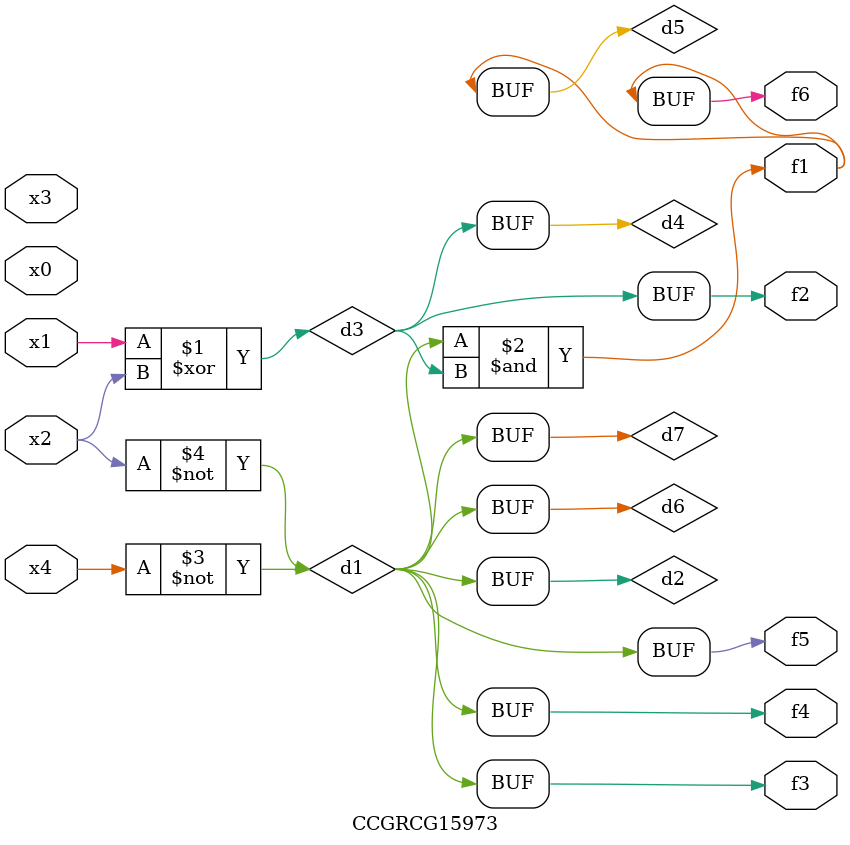
<source format=v>
module CCGRCG15973(
	input x0, x1, x2, x3, x4,
	output f1, f2, f3, f4, f5, f6
);

	wire d1, d2, d3, d4, d5, d6, d7;

	not (d1, x4);
	not (d2, x2);
	xor (d3, x1, x2);
	buf (d4, d3);
	and (d5, d1, d3);
	buf (d6, d1, d2);
	buf (d7, d2);
	assign f1 = d5;
	assign f2 = d4;
	assign f3 = d7;
	assign f4 = d7;
	assign f5 = d7;
	assign f6 = d5;
endmodule

</source>
